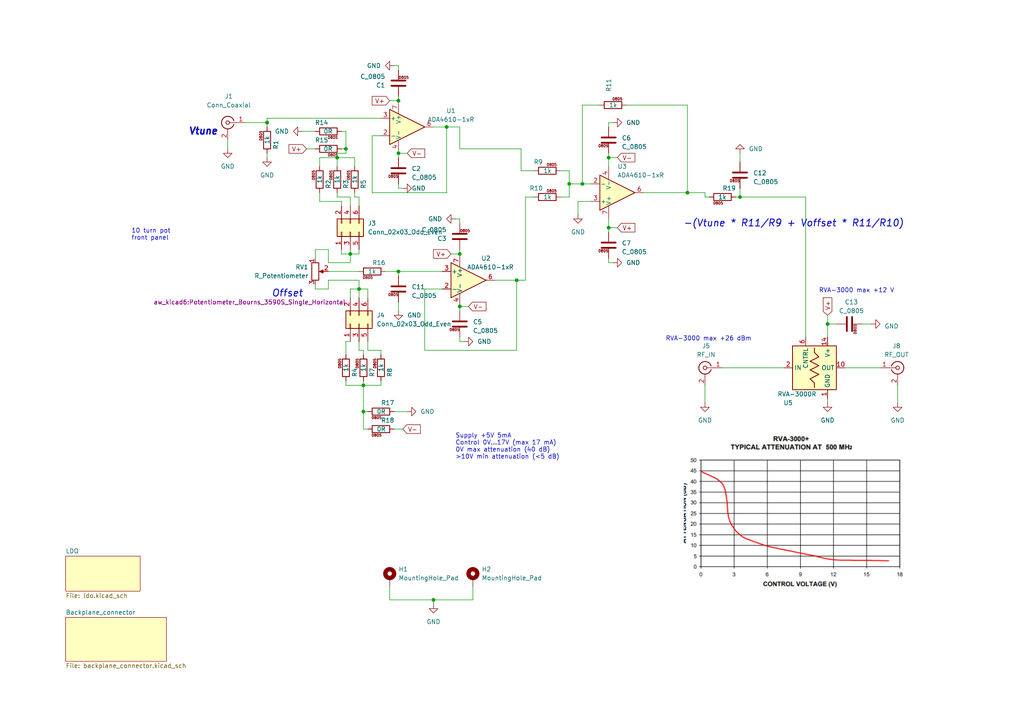
<source format=kicad_sch>
(kicad_sch (version 20250114) (generator "eeschema") (generator_version "9.0")
  (paper "A4")
  (title_block (title "Voltage Controlled Attenuator") (date "2022-11-27") (comment 1 "2023-05 change from ZX73-2500 to RVA-3000R attenuator"))
  (lib_symbols
    (symbol "Amplifier_Operational:ADA4610-1xR" (pin_names (offset 0.127))
      (property "Reference" "U" (at 0 6.35 0))
      (property "Value" "ADA4610-1xR" (at 0 3.81 0))
      (symbol "ADA4610-1xR_0_1"
        (polyline (pts (xy -5.08 5.08) (xy 5.08 0) (xy -5.08 -5.08) (xy -5.08 5.08)) (stroke (width 0.254)) (fill (type background)))
      )
      (symbol "ADA4610-1xR_1_1"
        (pin input line (at -7.62 2.54 0) (length 2.54) (name "+") (number "3"))
        (pin input line (at -7.62 -2.54 0) (length 2.54) (name "-") (number "2"))
        (pin power_in line (at -2.54 7.62 270) (length 3.81) (name "V+") (number "7"))
        (pin no_connect line (at -2.54 2.54 270) (length 2.54) (hide yes) (name "NC") (number "1"))
        (pin power_in line (at -2.54 -7.62 90) (length 3.81) (name "V-") (number "4"))
        (pin no_connect line (at 0 2.54 270) (length 2.54) (hide yes) (name "NC") (number "5"))
        (pin no_connect line (at 0 -2.54 90) (length 2.54) (hide yes) (name "NC") (number "8"))
        (pin output line (at 7.62 0 180) (length 2.54) (name "~") (number "6"))
      )
    )
    (symbol "Connector:Conn_Coaxial" (pin_names (offset 1.016) (hide yes))
      (property "Reference" "J" (at 0.254 3.048 0))
      (property "Value" "Conn_Coaxial" (at 2.921 0 90))
      (symbol "Conn_Coaxial_0_1"
        (polyline (pts (xy -2.54 0) (xy -0.508 0)))
        (arc (start 1.778 0) (mid 0.222 -1.8079) (end -1.778 -0.508) (stroke (width 0.254)))
        (arc (start -1.778 0.508) (mid 0.2221 1.8084) (end 1.778 0) (stroke (width 0.254)))
        (circle (center 0 0) (radius 0.508) (stroke (width 0.2032)))
        (polyline (pts (xy 0 -2.54) (xy 0 -1.778)))
      )
      (symbol "Conn_Coaxial_1_1"
        (pin passive line (at -5.08 0 0) (length 2.54) (name "In") (number "1"))
        (pin passive line (at 0 -5.08 90) (length 2.54) (name "Ext") (number "2"))
      )
    )
    (symbol "Connector_Generic:Conn_02x03_Odd_Even" (pin_names (offset 1.016) (hide yes))
      (property "Reference" "J" (at 1.27 5.08 0))
      (property "Value" "Conn_02x03_Odd_Even" (at 1.27 -5.08 0))
      (symbol "Conn_02x03_Odd_Even_1_1"
        (rectangle (start -1.27 3.81) (end 3.81 -3.81) (stroke (width 0.254)) (fill (type background)))
        (rectangle (start -1.27 2.667) (end 0 2.413) (stroke (width 0.1524)))
        (rectangle (start -1.27 0.127) (end 0 -0.127) (stroke (width 0.1524)))
        (rectangle (start -1.27 -2.413) (end 0 -2.667) (stroke (width 0.1524)))
        (rectangle (start 3.81 2.667) (end 2.54 2.413) (stroke (width 0.1524)))
        (rectangle (start 3.81 0.127) (end 2.54 -0.127) (stroke (width 0.1524)))
        (rectangle (start 3.81 -2.413) (end 2.54 -2.667) (stroke (width 0.1524)))
        (pin passive line (at -5.08 2.54 0) (length 3.81) (name "Pin_1") (number "1"))
        (pin passive line (at -5.08 0 0) (length 3.81) (name "Pin_3") (number "3"))
        (pin passive line (at -5.08 -2.54 0) (length 3.81) (name "Pin_5") (number "5"))
        (pin passive line (at 7.62 2.54 180) (length 3.81) (name "Pin_2") (number "2"))
        (pin passive line (at 7.62 0 180) (length 3.81) (name "Pin_4") (number "4"))
        (pin passive line (at 7.62 -2.54 180) (length 3.81) (name "Pin_6") (number "6"))
      )
    )
    (symbol "Device:R_Potentiometer" (pin_names (offset 1.016) (hide yes))
      (property "Reference" "RV" (at -4.445 0 90))
      (property "Value" "R_Potentiometer" (at -2.54 0 90))
      (symbol "R_Potentiometer_0_1"
        (rectangle (start 1.016 2.54) (end -1.016 -2.54) (stroke (width 0.254)))
        (polyline (pts (xy 1.143 0) (xy 2.286 0.508) (xy 2.286 -0.508) (xy 1.143 0)) (fill (type outline)))
        (polyline (pts (xy 2.54 0) (xy 1.524 0)))
      )
      (symbol "R_Potentiometer_1_1"
        (pin passive line (at 0 3.81 270) (length 1.27) (name "1") (number "1"))
        (pin passive line (at 0 -3.81 90) (length 1.27) (name "3") (number "3"))
        (pin passive line (at 3.81 0 180) (length 1.27) (name "2") (number "2"))
      )
    )
    (symbol "Mechanical:MountingHole_Pad" (pin_numbers (hide yes)) (pin_names (offset 1.016) (hide yes))
      (property "Reference" "H" (at 0 6.35 0))
      (property "Value" "MountingHole_Pad" (at 0 4.445 0))
      (symbol "MountingHole_Pad_0_1"
        (circle (center 0 1.27) (radius 1.27) (stroke (width 1.27)))
      )
      (symbol "MountingHole_Pad_1_1"
        (pin input line (at 0 -2.54 90) (length 2.54) (name "1") (number "1"))
      )
    )
    (symbol "aw_kicad6:C_0805" (pin_numbers (hide yes)) (pin_names (offset 0.254))
      (property "Reference" "C" (at 0.635 2.54 0))
      (property "Value" "C_0805" (at 0.635 -2.54 0))
      (symbol "C_0805_0_0"
        (text "0805" (at -1.524 -1.651 0) (effects (font (size 0.762 0.762))))
      )
      (symbol "C_0805_0_1"
        (polyline (pts (xy -2.032 0.762) (xy 2.032 0.762)) (stroke (width 0.508)))
        (polyline (pts (xy -2.032 -0.762) (xy 2.032 -0.762)) (stroke (width 0.508)))
      )
      (symbol "C_0805_1_1"
        (pin passive line (at 0 3.81 270) (length 2.794) (name "~") (number "1"))
        (pin passive line (at 0 -3.81 90) (length 2.794) (name "~") (number "2"))
      )
    )
    (symbol "aw_kicad6:RVA-3000R"
      (property "Reference" "U" (at -6.35 7.62 0))
      (property "Value" "RVA-3000R" (at 10.16 -7.62 0))
      (symbol "RVA-3000R_0_1"
        (rectangle (start -6.35 6.35) (end 6.35 -6.35) (stroke (width 0.254)) (fill (type background)))
        (polyline (pts (xy 0 -5.715) (xy 0 -4.445) (xy -1.27 -3.175) (xy 1.27 -1.905) (xy -1.27 -0.635) (xy 1.27 0.635) (xy -1.27 1.905) (xy 1.27 3.175) (xy 0 4.445) (xy 0 5.715)) (stroke (width 0.254)))
      )
      (symbol "RVA-3000R_1_0"
        (pin input line (at -2.54 8.89 270) (length 2.54) (name "CNTRL") (number "6"))
        (pin power_in line (at 3.81 8.89 270) (length 2.54) (name "V+") (number "14"))
        (pin power_in line (at 3.81 -8.89 90) (length 2.54) (hide yes) (name "GND") (number "11"))
        (pin power_in line (at 3.81 -8.89 90) (length 2.54) (hide yes) (name "GND") (number "12"))
        (pin power_in line (at 3.81 -8.89 90) (length 2.54) (hide yes) (name "GND") (number "13"))
        (pin power_in line (at 3.81 -8.89 90) (length 2.54) (hide yes) (name "GND") (number "15"))
        (pin power_in line (at 3.81 -8.89 90) (length 2.54) (hide yes) (name "GND") (number "16"))
        (pin power_in line (at 3.81 -8.89 90) (length 2.54) (hide yes) (name "GND") (number "5"))
        (pin power_in line (at 3.81 -8.89 90) (length 2.54) (hide yes) (name "GND") (number "7"))
        (pin power_in line (at 3.81 -8.89 90) (length 2.54) (hide yes) (name "GND") (number "8"))
        (pin power_in line (at 3.81 -8.89 90) (length 2.54) (hide yes) (name "GND") (number "9"))
        (pin output line (at 8.89 0 180) (length 2.54) (name "OUT") (number "10"))
      )
      (symbol "RVA-3000R_1_1"
        (pin input line (at -8.89 0 0) (length 2.54) (name "IN") (number "2"))
        (pin power_in line (at 3.81 -8.89 90) (length 2.54) (name "GND") (number "1"))
        (pin power_in line (at 3.81 -8.89 90) (length 2.54) (hide yes) (name "GND") (number "3"))
        (pin power_in line (at 3.81 -8.89 90) (length 2.54) (hide yes) (name "GND") (number "4"))
      )
    )
    (symbol "aw_kicad6:R_0805" (pin_numbers (hide yes)) (pin_names (offset 0))
      (property "Reference" "R" (at 0 -1.778 90))
      (property "Value" "R_0805" (at -2.54 0 90))
      (symbol "R_0805_0_0"
        (text "0805" (at 1.778 -1.27 900) (effects (font (size 0.762 0.762))))
      )
      (symbol "R_0805_0_1"
        (rectangle (start -1.016 -2.54) (end 1.016 2.54) (stroke (width 0.254)))
      )
      (symbol "R_0805_1_1"
        (pin passive line (at 0 3.81 270) (length 1.27) (name "~") (number "1"))
        (pin passive line (at 0 -3.81 90) (length 1.27) (name "~") (number "2"))
      )
    )
    (symbol "power:GND" (power) (pin_names (offset 0))
      (property "Value" "GND" (at 0 -3.81 0))
      (symbol "GND_0_1"
        (polyline (pts (xy 0 0) (xy 0 -1.27) (xy 1.27 -1.27) (xy 0 -2.54) (xy -1.27 -1.27) (xy 0 -1.27)))
      )
      (symbol "GND_1_1"
        (pin power_in line (at 0 0 270) (length 0) (hide yes) (name "GND") (number "1"))
      )
    )
  )
  (text "RVA-3000 max +12 V" (at 237.49 85.09 0) (effects (font (size 1.27 1.27)) (justify left bottom)))
  (text "Supply +5V 5mA\nControl 0V...17V (max 17 mA)\n0V max attenuation (40 dB)\n>10V min attenuation (<5 dB)\n" (at 132.08 133.35 0) (effects (font (size 1.27 1.27)) (justify left bottom)))
  (text "RVA-3000 max +26 dBm" (at 193.04 99.06 0) (effects (font (size 1.27 1.27)) (justify left bottom)))
  (text "Vtune" (at 54.61 39.37 0) (effects (font (size 2 2) (thickness 0.4) (bold yes) (italic yes)) (justify left bottom)))
  (text "10 turn pot\nfront panel" (at 38.1 69.85 0) (effects (font (size 1.27 1.27)) (justify left bottom)))
  (text "Offset" (at 78.74 86.36 0) (effects (font (size 2 2) (thickness 0.254) (bold yes) (italic yes)) (justify left bottom)))
  (text "-(Vtune * R11/R9 + Voffset * R11/R10)" (at 198.12 66.04 0) (effects (font (size 2 2) (thickness 0.254) (bold yes) (italic yes)) (justify left bottom)))
  (junction (at 115.57 29.21))
  (junction (at 133.35 88.9))
  (junction (at 105.41 119.38))
  (junction (at 115.57 78.74))
  (junction (at 97.79 45.72))
  (junction (at 214.63 57.15))
  (junction (at 133.35 73.66))
  (junction (at 125.73 173.99))
  (junction (at 240.03 93.98))
  (junction (at 104.14 83.82))
  (junction (at 176.53 45.72))
  (junction (at 100.33 43.18))
  (junction (at 176.53 66.04))
  (junction (at 101.6 73.66))
  (junction (at 105.41 111.76))
  (junction (at 168.91 53.34))
  (junction (at 149.86 81.28))
  (junction (at 199.39 55.88))
  (junction (at 129.54 36.83))
  (junction (at 115.57 44.45))
  (junction (at 165.1 53.34))
  (junction (at 77.47 35.56))
  (wire (pts (xy 133.35 43.18) (xy 151.13 43.18)))
  (wire (pts (xy 233.68 57.15) (xy 233.68 97.79)))
  (wire (pts (xy 171.45 58.42) (xy 167.64 58.42)))
  (wire (pts (xy 105.41 111.76) (xy 105.41 119.38)))
  (wire (pts (xy 105.41 119.38) (xy 106.68 119.38)))
  (wire (pts (xy 133.35 73.66) (xy 130.81 73.66)))
  (wire (pts (xy 77.47 35.56) (xy 77.47 36.83)))
  (wire (pts (xy 110.49 39.37) (xy 107.95 39.37)))
  (wire (pts (xy 133.35 88.9) (xy 135.89 88.9)))
  (wire (pts (xy 171.45 53.34) (xy 168.91 53.34)))
  (wire (pts (xy 105.41 110.49) (xy 105.41 111.76)))
  (wire (pts (xy 162.56 57.15) (xy 165.1 57.15)))
  (wire (pts (xy 105.41 111.76) (xy 110.49 111.76)))
  (wire (pts (xy 100.33 99.06) (xy 100.33 102.87)))
  (wire (pts (xy 154.94 49.53) (xy 151.13 49.53)))
  (wire (pts (xy 240.03 115.57) (xy 240.03 116.84)))
  (wire (pts (xy 97.79 45.72) (xy 97.79 44.45)))
  (wire (pts (xy 176.53 35.56) (xy 176.53 36.83)))
  (wire (pts (xy 104.14 101.6) (xy 105.41 101.6)))
  (wire (pts (xy 97.79 55.88) (xy 97.79 57.15)))
  (wire (pts (xy 137.16 170.18) (xy 137.16 173.99)))
  (wire (pts (xy 176.53 66.04) (xy 176.53 67.31)))
  (wire (pts (xy 242.57 93.98) (xy 240.03 93.98)))
  (wire (pts (xy 132.08 63.5) (xy 133.35 63.5)))
  (wire (pts (xy 100.33 38.1) (xy 99.06 38.1)))
  (wire (pts (xy 149.86 81.28) (xy 152.4 81.28)))
  (wire (pts (xy 111.76 78.74) (xy 115.57 78.74)))
  (wire (pts (xy 114.3 119.38) (xy 118.11 119.38)))
  (wire (pts (xy 115.57 29.21) (xy 113.03 29.21)))
  (wire (pts (xy 115.57 44.45) (xy 115.57 45.72)))
  (wire (pts (xy 95.25 81.28) (xy 95.25 83.82)))
  (wire (pts (xy 91.44 38.1) (xy 87.63 38.1)))
  (wire (pts (xy 106.68 101.6) (xy 110.49 101.6)))
  (wire (pts (xy 115.57 87.63) (xy 115.57 90.17)))
  (wire (pts (xy 106.68 99.06) (xy 106.68 101.6)))
  (wire (pts (xy 176.53 66.04) (xy 179.07 66.04)))
  (wire (pts (xy 177.8 35.56) (xy 176.53 35.56)))
  (wire (pts (xy 100.33 111.76) (xy 105.41 111.76)))
  (wire (pts (xy 129.54 36.83) (xy 133.35 36.83)))
  (wire (pts (xy 95.25 83.82) (xy 91.44 83.82)))
  (wire (pts (xy 149.86 101.6) (xy 149.86 81.28)))
  (wire (pts (xy 95.25 78.74) (xy 104.14 78.74)))
  (wire (pts (xy 199.39 30.48) (xy 199.39 55.88)))
  (wire (pts (xy 99.06 58.42) (xy 99.06 59.69)))
  (wire (pts (xy 115.57 53.34) (xy 115.57 54.61)))
  (wire (pts (xy 133.35 97.79) (xy 133.35 99.06)))
  (wire (pts (xy 97.79 45.72) (xy 102.87 45.72)))
  (wire (pts (xy 101.6 73.66) (xy 104.14 73.66)))
  (wire (pts (xy 176.53 63.5) (xy 176.53 66.04)))
  (wire (pts (xy 95.25 76.2) (xy 95.25 72.39)))
  (wire (pts (xy 77.47 34.29) (xy 77.47 35.56)))
  (wire (pts (xy 101.6 72.39) (xy 101.6 73.66)))
  (wire (pts (xy 133.35 73.66) (xy 133.35 72.39)))
  (wire (pts (xy 110.49 34.29) (xy 77.47 34.29)))
  (wire (pts (xy 214.63 57.15) (xy 233.68 57.15)))
  (wire (pts (xy 115.57 29.21) (xy 115.57 27.94)))
  (wire (pts (xy 204.47 111.76) (xy 204.47 116.84)))
  (wire (pts (xy 110.49 110.49) (xy 110.49 111.76)))
  (wire (pts (xy 114.3 124.46) (xy 116.84 124.46)))
  (wire (pts (xy 168.91 53.34) (xy 168.91 30.48)))
  (wire (pts (xy 240.03 91.44) (xy 240.03 93.98)))
  (wire (pts (xy 110.49 101.6) (xy 110.49 102.87)))
  (wire (pts (xy 91.44 72.39) (xy 91.44 74.93)))
  (wire (pts (xy 129.54 55.88) (xy 129.54 36.83)))
  (wire (pts (xy 240.03 93.98) (xy 240.03 97.79)))
  (wire (pts (xy 123.19 83.82) (xy 123.19 101.6)))
  (wire (pts (xy 115.57 78.74) (xy 128.27 78.74)))
  (wire (pts (xy 176.53 74.93) (xy 176.53 76.2)))
  (wire (pts (xy 92.71 58.42) (xy 99.06 58.42)))
  (wire (pts (xy 106.68 83.82) (xy 104.14 83.82)))
  (wire (pts (xy 105.41 101.6) (xy 105.41 102.87)))
  (wire (pts (xy 97.79 45.72) (xy 97.79 48.26)))
  (wire (pts (xy 125.73 36.83) (xy 129.54 36.83)))
  (wire (pts (xy 99.06 43.18) (xy 100.33 43.18)))
  (wire (pts (xy 151.13 49.53) (xy 151.13 43.18)))
  (wire (pts (xy 102.87 55.88) (xy 102.87 57.15)))
  (wire (pts (xy 71.12 35.56) (xy 77.47 35.56)))
  (wire (pts (xy 181.61 30.48) (xy 199.39 30.48)))
  (wire (pts (xy 116.84 54.61) (xy 115.57 54.61)))
  (wire (pts (xy 113.03 173.99) (xy 125.73 173.99)))
  (wire (pts (xy 100.33 44.45) (xy 100.33 43.18)))
  (wire (pts (xy 92.71 48.26) (xy 92.71 45.72)))
  (wire (pts (xy 176.53 44.45) (xy 176.53 45.72)))
  (wire (pts (xy 260.35 111.76) (xy 260.35 116.84)))
  (wire (pts (xy 214.63 44.45) (xy 214.63 46.99)))
  (wire (pts (xy 179.07 45.72) (xy 176.53 45.72)))
  (wire (pts (xy 133.35 88.9) (xy 133.35 90.17)))
  (wire (pts (xy 133.35 43.18) (xy 133.35 36.83)))
  (wire (pts (xy 133.35 64.77) (xy 133.35 63.5)))
  (wire (pts (xy 101.6 57.15) (xy 101.6 59.69)))
  (wire (pts (xy 102.87 48.26) (xy 102.87 45.72)))
  (wire (pts (xy 204.47 57.15) (xy 204.47 55.88)))
  (wire (pts (xy 245.11 106.68) (xy 255.27 106.68)))
  (wire (pts (xy 107.95 55.88) (xy 129.54 55.88)))
  (wire (pts (xy 95.25 81.28) (xy 104.14 81.28)))
  (wire (pts (xy 214.63 57.15) (xy 213.36 57.15)))
  (wire (pts (xy 114.3 19.05) (xy 115.57 19.05)))
  (wire (pts (xy 152.4 57.15) (xy 154.94 57.15)))
  (wire (pts (xy 77.47 44.45) (xy 77.47 45.72)))
  (wire (pts (xy 66.04 40.64) (xy 66.04 43.18)))
  (wire (pts (xy 165.1 53.34) (xy 168.91 53.34)))
  (wire (pts (xy 97.79 44.45) (xy 100.33 44.45)))
  (wire (pts (xy 113.03 170.18) (xy 113.03 173.99)))
  (wire (pts (xy 250.19 93.98) (xy 252.73 93.98)))
  (wire (pts (xy 123.19 101.6) (xy 149.86 101.6)))
  (wire (pts (xy 204.47 55.88) (xy 199.39 55.88)))
  (wire (pts (xy 162.56 49.53) (xy 165.1 49.53)))
  (wire (pts (xy 143.51 81.28) (xy 149.86 81.28)))
  (wire (pts (xy 101.6 73.66) (xy 101.6 76.2)))
  (wire (pts (xy 104.14 57.15) (xy 104.14 59.69)))
  (wire (pts (xy 167.64 58.42) (xy 167.64 62.23)))
  (wire (pts (xy 176.53 45.72) (xy 176.53 48.26)))
  (wire (pts (xy 95.25 72.39) (xy 91.44 72.39)))
  (wire (pts (xy 104.14 83.82) (xy 104.14 86.36)))
  (wire (pts (xy 105.41 124.46) (xy 105.41 119.38)))
  (wire (pts (xy 165.1 57.15) (xy 165.1 53.34)))
  (wire (pts (xy 100.33 43.18) (xy 100.33 38.1)))
  (wire (pts (xy 101.6 83.82) (xy 104.14 83.82)))
  (wire (pts (xy 205.74 57.15) (xy 204.47 57.15)))
  (wire (pts (xy 177.8 76.2) (xy 176.53 76.2)))
  (wire (pts (xy 99.06 72.39) (xy 99.06 73.66)))
  (wire (pts (xy 107.95 39.37) (xy 107.95 55.88)))
  (wire (pts (xy 97.79 57.15) (xy 101.6 57.15)))
  (wire (pts (xy 100.33 110.49) (xy 100.33 111.76)))
  (wire (pts (xy 104.14 72.39) (xy 104.14 73.66)))
  (wire (pts (xy 115.57 78.74) (xy 115.57 80.01)))
  (wire (pts (xy 128.27 83.82) (xy 123.19 83.82)))
  (wire (pts (xy 214.63 54.61) (xy 214.63 57.15)))
  (wire (pts (xy 115.57 44.45) (xy 118.11 44.45)))
  (wire (pts (xy 199.39 55.88) (xy 186.69 55.88)))
  (wire (pts (xy 152.4 81.28) (xy 152.4 57.15)))
  (wire (pts (xy 104.14 99.06) (xy 104.14 101.6)))
  (wire (pts (xy 91.44 82.55) (xy 91.44 83.82)))
  (wire (pts (xy 91.44 43.18) (xy 88.9 43.18)))
  (wire (pts (xy 168.91 30.48) (xy 173.99 30.48)))
  (wire (pts (xy 125.73 173.99) (xy 137.16 173.99)))
  (wire (pts (xy 99.06 73.66) (xy 101.6 73.66)))
  (wire (pts (xy 92.71 45.72) (xy 97.79 45.72)))
  (wire (pts (xy 101.6 76.2) (xy 95.25 76.2)))
  (wire (pts (xy 92.71 55.88) (xy 92.71 58.42)))
  (wire (pts (xy 101.6 86.36) (xy 101.6 83.82)))
  (wire (pts (xy 106.68 86.36) (xy 106.68 83.82)))
  (wire (pts (xy 134.62 99.06) (xy 133.35 99.06)))
  (wire (pts (xy 102.87 57.15) (xy 104.14 57.15)))
  (wire (pts (xy 104.14 81.28) (xy 104.14 83.82)))
  (wire (pts (xy 209.55 106.68) (xy 227.33 106.68)))
  (wire (pts (xy 101.6 99.06) (xy 100.33 99.06)))
  (wire (pts (xy 106.68 124.46) (xy 105.41 124.46)))
  (wire (pts (xy 115.57 20.32) (xy 115.57 19.05)))
  (wire (pts (xy 125.73 175.26) (xy 125.73 173.99)))
  (wire (pts (xy 165.1 49.53) (xy 165.1 53.34)))
  (image (at 231.14 148.59) (scale 1.88151))
  (global_label "V+" (shape input) (at 113.03 29.21 180) (property "Intersheetrefs" "${INTERSHEET_REFS}" (effects (hide yes))))
  (global_label "V-" (shape input) (at 135.89 88.9 0) (property "Intersheetrefs" "${INTERSHEET_REFS}" (effects (hide yes))))
  (global_label "V+" (shape input) (at 130.81 73.66 180) (property "Intersheetrefs" "${INTERSHEET_REFS}" (effects (hide yes))))
  (global_label "V-" (shape input) (at 116.84 124.46 0) (property "Intersheetrefs" "${INTERSHEET_REFS}" (effects (hide yes))))
  (global_label "V+" (shape input) (at 88.9 43.18 180) (property "Intersheetrefs" "${INTERSHEET_REFS}" (effects (hide yes))))
  (global_label "V-" (shape input) (at 179.07 45.72 0) (property "Intersheetrefs" "${INTERSHEET_REFS}" (effects (hide yes))))
  (global_label "V+" (shape input) (at 240.03 91.44 90) (property "Intersheetrefs" "${INTERSHEET_REFS}" (effects (hide yes))))
  (global_label "V-" (shape input) (at 118.11 44.45 0) (property "Intersheetrefs" "${INTERSHEET_REFS}" (effects (hide yes))))
  (global_label "V+" (shape input) (at 179.07 66.04 0) (property "Intersheetrefs" "${INTERSHEET_REFS}" (effects (hide yes))))
  (symbol (lib_id "Mechanical:MountingHole_Pad") (at 137.16 167.64 0) (unit 1)
    (property "Reference" "H2" (at 139.7 165.0999 0) (effects (justify left)))
    (property "Value" "MountingHole_Pad" (at 139.7 167.6399 0) (effects (justify left)))
    (property "Footprint" "MountingHole:MountingHole_2.7mm_M2.5_DIN965_Pad" (effects (hide yes)))
  )
  (symbol (lib_id "power:GND") (at 240.03 116.84 0) (unit 1)
    (property "Reference" "#PWR02" (effects (hide yes)))
    (property "Value" "GND" (at 240.03 121.92 0))
  )
  (symbol (lib_id "Mechanical:MountingHole_Pad") (at 113.03 167.64 0) (unit 1)
    (property "Reference" "H1" (at 115.57 165.0999 0) (effects (justify left)))
    (property "Value" "MountingHole_Pad" (at 115.57 167.6399 0) (effects (justify left)))
    (property "Footprint" "MountingHole:MountingHole_2.7mm_M2.5_DIN965_Pad" (effects (hide yes)))
  )
  (symbol (lib_id "power:GND") (at 167.64 62.23 0) (unit 1)
    (property "Reference" "#PWR0104" (effects (hide yes)))
    (property "Value" "GND" (at 167.64 67.31 0))
  )
  (symbol (lib_id "aw_kicad6:R_0805") (at 158.75 49.53 90) (unit 1)
    (property "Reference" "R9" (at 157.48 46.99 90) (effects (justify left)))
    (property "Value" "1k" (at 160.02 49.53 90) (effects (justify left)))
    (property "Footprint" "Resistor_SMD:R_0805_2012Metric" (effects (hide yes)))
  )
  (symbol (lib_id "power:GND") (at 116.84 54.61 90) (unit 1)
    (property "Reference" "#PWR0107" (effects (hide yes)))
    (property "Value" "GND" (at 119.38 54.61 90) (effects (justify right)))
  )
  (symbol (lib_id "Connector:Conn_Coaxial") (at 204.47 106.68 0) (mirror y) (unit 1)
    (property "Reference" "J5" (at 204.7874 100.33 0))
    (property "Value" "RF_IN" (at 204.7874 102.87 0))
    (property "Footprint" "Connector_Coaxial:SMA_Molex_73251-2200_Horizontal" (effects (hide yes)))
    (property "Datasheet" " ~" (effects (hide yes)))
  )
  (symbol (lib_id "aw_kicad6:RVA-3000R") (at 236.22 106.68 0) (unit 1)
    (property "Reference" "U5" (at 228.6 116.84 0))
    (property "Value" "RVA-3000R" (at 231.14 114.3 0))
    (property "Footprint" "RF_Mini-Circuits:Mini-Circuits_CK605" (effects (hide yes)))
    (property "Datasheet" "https://www.minicircuits.com/pdfs/RVA-3000R+.pdf" (effects (hide yes)))
  )
  (symbol (lib_id "aw_kicad6:C_0805") (at 133.35 93.98 0) (unit 1)
    (property "Reference" "C5" (at 137.16 93.3698 0) (effects (justify left)))
    (property "Value" "C_0805" (at 137.16 95.9098 0) (effects (justify left)))
    (property "Footprint" "Capacitor_SMD:C_0805_2012Metric" (effects (hide yes)))
  )
  (symbol (lib_id "aw_kicad6:R_0805") (at 97.79 52.07 180) (unit 1)
    (property "Reference" "R3" (at 100.33 52.07 90) (effects (justify left)))
    (property "Value" "1k" (at 97.79 50.8 90) (effects (justify left)))
    (property "Footprint" "Resistor_SMD:R_0805_2012Metric" (effects (hide yes)))
  )
  (symbol (lib_id "power:GND") (at 118.11 119.38 90) (unit 1)
    (property "Reference" "#PWR0122" (effects (hide yes)))
    (property "Value" "GND" (at 121.92 119.3799 90) (effects (justify right)))
  )
  (symbol (lib_id "Amplifier_Operational:ADA4610-1xR") (at 135.89 81.28 0) (unit 1)
    (property "Reference" "U2" (at 140.97 74.93 0))
    (property "Value" "ADA4610-1xR" (at 142.24 77.47 0))
    (property "Footprint" "Package_SO:SOIC-8_3.9x4.9mm_P1.27mm" (effects (hide yes)))
    (property "Datasheet" "https://www.analog.com/media/en/technical-documentation/data-sheets/ADA4610-1_4610-2_4610-4.pdf" (effects (hide yes)))
  )
  (symbol (lib_id "power:GND") (at 125.73 175.26 0) (unit 1)
    (property "Reference" "#PWR0126" (effects (hide yes)))
    (property "Value" "GND" (at 125.73 180.34 0))
  )
  (symbol (lib_id "power:GND") (at 252.73 93.98 90) (unit 1)
    (property "Reference" "#PWR04" (effects (hide yes)))
    (property "Value" "GND" (at 256.54 94.615 90) (effects (justify right)))
  )
  (symbol (lib_id "aw_kicad6:R_0805") (at 107.95 78.74 270) (unit 1)
    (property "Reference" "R16" (at 107.95 76.2 90) (effects (justify left)))
    (property "Value" "1k" (at 106.68 78.74 90) (effects (justify left)))
    (property "Footprint" "Resistor_SMD:R_0805_2012Metric" (effects (hide yes)))
  )
  (symbol (lib_id "aw_kicad6:R_0805") (at 209.55 57.15 270) (unit 1)
    (property "Reference" "R19" (at 209.55 54.61 90) (effects (justify left)))
    (property "Value" "1k" (at 208.28 57.15 90) (effects (justify left)))
    (property "Footprint" "Resistor_SMD:R_0805_2012Metric" (effects (hide yes)))
  )
  (symbol (lib_id "power:GND") (at 77.47 45.72 0) (unit 1)
    (property "Reference" "#PWR0109" (effects (hide yes)))
    (property "Value" "GND" (at 77.47 50.8 0))
  )
  (symbol (lib_id "aw_kicad6:C_0805") (at 246.38 93.98 90) (unit 1)
    (property "Reference" "C13" (at 246.9475 87.63 90))
    (property "Value" "C_0805" (at 246.9475 90.17 90))
    (property "Footprint" "Capacitor_SMD:C_0805_2012Metric" (effects (hide yes)))
  )
  (symbol (lib_id "aw_kicad6:R_0805") (at 177.8 30.48 90) (unit 1)
    (property "Reference" "R11" (at 176.5809 26.67 0) (effects (justify left)))
    (property "Value" "1k" (at 179.07 30.48 90) (effects (justify left)))
    (property "Footprint" "Resistor_SMD:R_0805_2012Metric" (effects (hide yes)))
  )
  (symbol (lib_id "power:GND") (at 87.63 38.1 270) (mirror x) (unit 1)
    (property "Reference" "#PWR0124" (effects (hide yes)))
    (property "Value" "GND" (at 83.82 38.0999 90) (effects (justify right)))
  )
  (symbol (lib_id "power:GND") (at 214.63 44.45 180) (unit 1)
    (property "Reference" "#PWR0125" (effects (hide yes)))
    (property "Value" "GND" (at 217.17 43.1799 0) (effects (justify right)))
  )
  (symbol (lib_id "power:GND") (at 115.57 90.17 0) (unit 1)
    (property "Reference" "#PWR0123" (effects (hide yes)))
    (property "Value" "GND" (at 118.11 91.4399 0) (effects (justify left)))
  )
  (symbol (lib_id "Connector:Conn_Coaxial") (at 260.35 106.68 0) (unit 1)
    (property "Reference" "J8" (at 260.0326 100.33 0))
    (property "Value" "RF_OUT" (at 260.0326 102.87 0))
    (property "Footprint" "Connector_Coaxial:SMA_Molex_73251-2200_Horizontal" (effects (hide yes)))
    (property "Datasheet" " ~" (effects (hide yes)))
  )
  (symbol (lib_id "Amplifier_Operational:ADA4610-1xR") (at 179.07 55.88 0) (mirror x) (unit 1)
    (property "Reference" "U3" (at 179.07 48.26 0) (effects (justify left)))
    (property "Value" "ADA4610-1xR" (at 179.07 50.8 0) (effects (justify left)))
    (property "Footprint" "Package_SO:SOIC-8_3.9x4.9mm_P1.27mm" (effects (hide yes)))
    (property "Datasheet" "https://www.analog.com/media/en/technical-documentation/data-sheets/ADA4610-1_4610-2_4610-4.pdf" (effects (hide yes)))
  )
  (symbol (lib_id "power:GND") (at 204.47 116.84 0) (unit 1)
    (property "Reference" "#PWR01" (effects (hide yes)))
    (property "Value" "GND" (at 204.47 121.92 0))
  )
  (symbol (lib_id "aw_kicad6:R_0805") (at 102.87 52.07 180) (unit 1)
    (property "Reference" "R5" (at 105.41 52.07 90) (effects (justify left)))
    (property "Value" "1k" (at 102.87 50.8 90) (effects (justify left)))
    (property "Footprint" "Resistor_SMD:R_0805_2012Metric" (effects (hide yes)))
  )
  (symbol (lib_id "Connector_Generic:Conn_02x03_Odd_Even") (at 101.6 67.31 90) (unit 1)
    (property "Reference" "J3" (at 106.68 64.7699 90) (effects (justify right)))
    (property "Value" "Conn_02x03_Odd_Even" (at 106.68 67.3099 90) (effects (justify right)))
    (property "Footprint" "Connector_PinHeader_2.54mm:PinHeader_2x03_P2.54mm_Vertical" (effects (hide yes)))
  )
  (symbol (lib_id "aw_kicad6:R_0805") (at 92.71 52.07 180) (unit 1)
    (property "Reference" "R2" (at 95.25 52.07 90) (effects (justify left)))
    (property "Value" "1k" (at 92.71 50.8 90) (effects (justify left)))
    (property "Footprint" "Resistor_SMD:R_0805_2012Metric" (effects (hide yes)))
  )
  (symbol (lib_id "aw_kicad6:R_0805") (at 105.41 106.68 180) (unit 1)
    (property "Reference" "R7" (at 107.95 106.68 90) (effects (justify left)))
    (property "Value" "1k" (at 105.41 105.41 90) (effects (justify left)))
    (property "Footprint" "Resistor_SMD:R_0805_2012Metric" (effects (hide yes)))
  )
  (symbol (lib_id "power:GND") (at 177.8 35.56 90) (unit 1)
    (property "Reference" "#PWR0102" (effects (hide yes)))
    (property "Value" "GND" (at 181.61 35.5599 90) (effects (justify right)))
  )
  (symbol (lib_id "aw_kicad6:C_0805") (at 214.63 50.8 0) (unit 1)
    (property "Reference" "C12" (at 218.44 50.1898 0) (effects (justify left)))
    (property "Value" "C_0805" (at 218.44 52.7298 0) (effects (justify left)))
    (property "Footprint" "Capacitor_SMD:C_0805_2012Metric" (effects (hide yes)))
  )
  (symbol (lib_id "aw_kicad6:R_0805") (at 95.25 38.1 90) (mirror x) (unit 1)
    (property "Reference" "R14" (at 95.25 35.56 90) (effects (justify left)))
    (property "Value" "0R" (at 96.52 38.1 90) (effects (justify left)))
    (property "Footprint" "Resistor_SMD:R_0805_2012Metric" (effects (hide yes)))
  )
  (symbol (lib_id "Connector:Conn_Coaxial") (at 66.04 35.56 0) (mirror y) (unit 1)
    (property "Reference" "J1" (at 66.3574 27.94 0))
    (property "Value" "Conn_Coaxial" (at 66.3574 30.48 0))
    (property "Footprint" "Connector_Coaxial:BNC_Amphenol_B6252HB-NPP3G-50_Horizontal" (effects (hide yes)))
    (property "Datasheet" " ~" (effects (hide yes)))
  )
  (symbol (lib_id "Connector_Generic:Conn_02x03_Odd_Even") (at 104.14 93.98 90) (unit 1)
    (property "Reference" "J4" (at 109.22 91.4399 90) (effects (justify right)))
    (property "Value" "Conn_02x03_Odd_Even" (at 109.22 93.9799 90) (effects (justify right)))
    (property "Footprint" "Connector_PinHeader_2.54mm:PinHeader_2x03_P2.54mm_Vertical" (effects (hide yes)))
  )
  (symbol (lib_id "aw_kicad6:C_0805") (at 176.53 71.12 0) (unit 1)
    (property "Reference" "C7" (at 180.34 70.5098 0) (effects (justify left)))
    (property "Value" "C_0805" (at 180.34 73.0498 0) (effects (justify left)))
    (property "Footprint" "Capacitor_SMD:C_0805_2012Metric" (effects (hide yes)))
  )
  (symbol (lib_id "power:GND") (at 260.35 116.84 0) (unit 1)
    (property "Reference" "#PWR03" (effects (hide yes)))
    (property "Value" "GND" (at 260.35 121.92 0))
  )
  (symbol (lib_id "aw_kicad6:R_0805") (at 100.33 106.68 180) (unit 1)
    (property "Reference" "R4" (at 102.87 106.68 90) (effects (justify left)))
    (property "Value" "1k" (at 100.33 105.41 90) (effects (justify left)))
    (property "Footprint" "Resistor_SMD:R_0805_2012Metric" (effects (hide yes)))
  )
  (symbol (lib_id "aw_kicad6:R_0805") (at 158.75 57.15 90) (unit 1)
    (property "Reference" "R10" (at 157.48 54.61 90) (effects (justify left)))
    (property "Value" "1k" (at 160.02 57.15 90) (effects (justify left)))
    (property "Footprint" "Resistor_SMD:R_0805_2012Metric" (effects (hide yes)))
  )
  (symbol (lib_id "aw_kicad6:C_0805") (at 133.35 68.58 180) (unit 1)
    (property "Reference" "C3" (at 129.54 69.1902 0) (effects (justify left)))
    (property "Value" "C_0805" (at 129.54 66.6502 0) (effects (justify left)))
    (property "Footprint" "Capacitor_SMD:C_0805_2012Metric" (effects (hide yes)))
  )
  (symbol (lib_id "aw_kicad6:C_0805") (at 115.57 24.13 180) (unit 1)
    (property "Reference" "C1" (at 111.76 24.7402 0) (effects (justify left)))
    (property "Value" "C_0805" (at 111.76 22.2002 0) (effects (justify left)))
    (property "Footprint" "Capacitor_SMD:C_0805_2012Metric" (effects (hide yes)))
  )
  (symbol (lib_id "aw_kicad6:R_0805") (at 77.47 40.64 180) (unit 1)
    (property "Reference" "R1" (at 80.01 40.64 90) (effects (justify left)))
    (property "Value" "1k" (at 77.47 39.37 90) (effects (justify left)))
    (property "Footprint" "Resistor_SMD:R_0805_2012Metric" (effects (hide yes)))
  )
  (symbol (lib_id "aw_kicad6:R_0805") (at 110.49 124.46 270) (unit 1)
    (property "Reference" "R18" (at 110.49 121.92 90) (effects (justify left)))
    (property "Value" "0R" (at 109.22 124.46 90) (effects (justify left)))
    (property "Footprint" "Resistor_SMD:R_0805_2012Metric" (effects (hide yes)))
  )
  (symbol (lib_id "aw_kicad6:C_0805") (at 115.57 49.53 0) (unit 1)
    (property "Reference" "C2" (at 119.38 48.9198 0) (effects (justify left)))
    (property "Value" "C_0805" (at 119.38 51.4598 0) (effects (justify left)))
    (property "Footprint" "Capacitor_SMD:C_0805_2012Metric" (effects (hide yes)))
  )
  (symbol (lib_id "power:GND") (at 132.08 63.5 270) (unit 1)
    (property "Reference" "#PWR0111" (effects (hide yes)))
    (property "Value" "GND" (at 128.27 63.5001 90) (effects (justify right)))
  )
  (symbol (lib_id "power:GND") (at 114.3 19.05 270) (unit 1)
    (property "Reference" "#PWR0108" (effects (hide yes)))
    (property "Value" "GND" (at 110.49 19.0501 90) (effects (justify right)))
  )
  (symbol (lib_id "aw_kicad6:C_0805") (at 176.53 40.64 0) (unit 1)
    (property "Reference" "C6" (at 180.34 40.0298 0) (effects (justify left)))
    (property "Value" "C_0805" (at 180.34 42.5698 0) (effects (justify left)))
    (property "Footprint" "Capacitor_SMD:C_0805_2012Metric" (effects (hide yes)))
  )
  (symbol (lib_id "power:GND") (at 134.62 99.06 90) (unit 1)
    (property "Reference" "#PWR0112" (effects (hide yes)))
    (property "Value" "GND" (at 138.43 99.0599 90) (effects (justify right)))
  )
  (symbol (lib_id "power:GND") (at 177.8 76.2 90) (unit 1)
    (property "Reference" "#PWR0103" (effects (hide yes)))
    (property "Value" "GND" (at 181.61 76.1999 90) (effects (justify right)))
  )
  (symbol (lib_id "power:GND") (at 66.04 43.18 0) (unit 1)
    (property "Reference" "#PWR0110" (effects (hide yes)))
    (property "Value" "GND" (at 66.04 48.26 0))
  )
  (symbol (lib_id "Amplifier_Operational:ADA4610-1xR") (at 118.11 36.83 0) (unit 1)
    (property "Reference" "U1" (at 130.81 32.131 0))
    (property "Value" "ADA4610-1xR" (at 130.81 34.671 0))
    (property "Footprint" "Package_SO:SOIC-8_3.9x4.9mm_P1.27mm" (effects (hide yes)))
    (property "Datasheet" "https://www.analog.com/media/en/technical-documentation/data-sheets/ADA4610-1_4610-2_4610-4.pdf" (effects (hide yes)))
  )
  (symbol (lib_id "aw_kicad6:R_0805") (at 110.49 119.38 270) (unit 1)
    (property "Reference" "R17" (at 110.49 116.84 90) (effects (justify left)))
    (property "Value" "0R" (at 109.22 119.38 90) (effects (justify left)))
    (property "Footprint" "Resistor_SMD:R_0805_2012Metric" (effects (hide yes)))
  )
  (symbol (lib_id "Device:R_Potentiometer") (at 91.44 78.74 0) (unit 1)
    (property "Reference" "RV1" (at 89.4588 77.4699 0) (effects (justify right)))
    (property "Value" "R_Potentiometer" (at 89.4588 80.0099 0) (effects (justify right)))
    (property "Footprint" "aw_kicad6:Potentiometer_Bourns_3590S_Single_Horizontal" (at 72.39 87.63 0))
  )
  (symbol (lib_id "aw_kicad6:C_0805") (at 115.57 83.82 0) (unit 1)
    (property "Reference" "C11" (at 119.38 83.2098 0) (effects (justify left)))
    (property "Value" "C_0805" (at 119.38 85.7498 0) (effects (justify left)))
    (property "Footprint" "Capacitor_SMD:C_0805_2012Metric" (effects (hide yes)))
  )
  (symbol (lib_id "aw_kicad6:R_0805") (at 95.25 43.18 90) (mirror x) (unit 1)
    (property "Reference" "R15" (at 95.25 40.64 90) (effects (justify left)))
    (property "Value" "0R" (at 96.52 43.18 90) (effects (justify left)))
    (property "Footprint" "Resistor_SMD:R_0805_2012Metric" (effects (hide yes)))
  )
  (symbol (lib_id "aw_kicad6:R_0805") (at 110.49 106.68 180) (unit 1)
    (property "Reference" "R8" (at 113.03 106.68 90) (effects (justify left)))
    (property "Value" "1k" (at 110.49 105.41 90) (effects (justify left)))
    (property "Footprint" "Resistor_SMD:R_0805_2012Metric" (effects (hide yes)))
  )
  (sheet (at 19.05 161.29) (size 21.59 10.16) (stroke (width 0.1524)) (fill (color 255 255 194 1.0000))
    (property "Sheetname" "LDO" (at 19.05 160.5784 0) (effects (justify left bottom)))
    (property "Sheetfile" "ldo.kicad_sch" (at 19.05 172.0346 0) (effects (justify left top)))
  )
  (sheet (at 19.05 179.07) (size 29.21 12.7) (stroke (width 0.1524)) (fill (color 255 255 194 1.0000))
    (property "Sheetname" "Backplane_connector" (at 19.05 178.3584 0) (effects (justify left bottom)))
    (property "Sheetfile" "backplane_connector.kicad_sch" (at 19.05 192.3546 0) (effects (justify left top)))
  )
)
</source>
